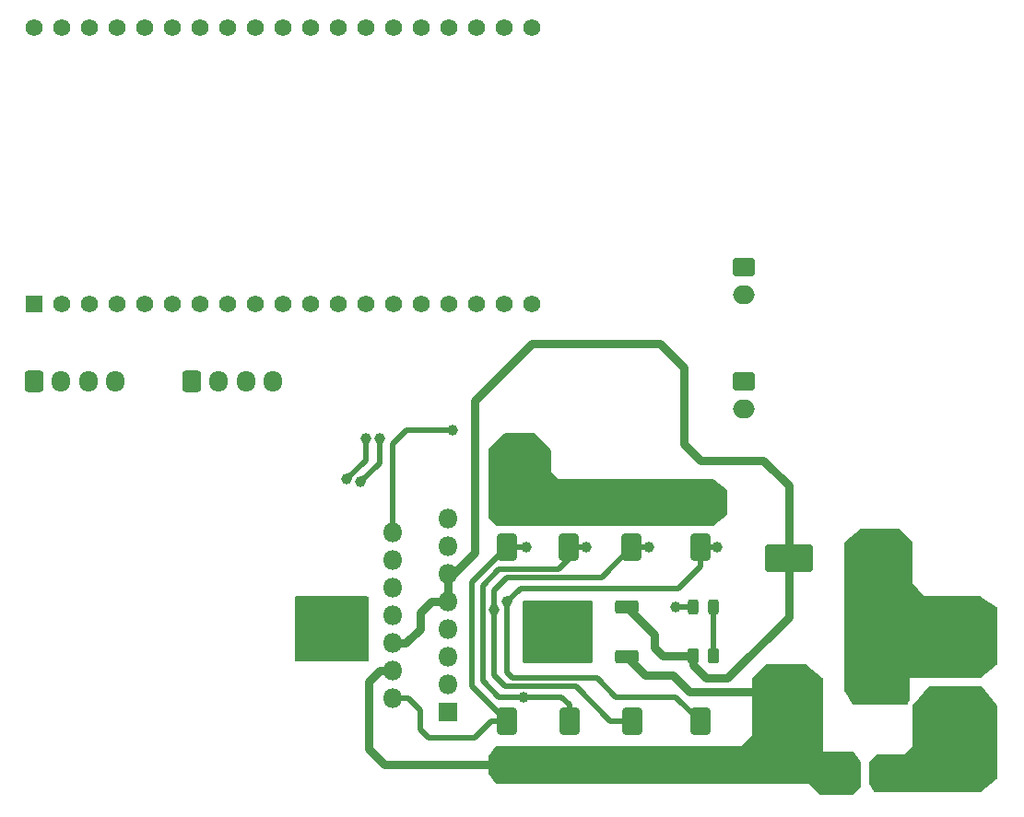
<source format=gbr>
%TF.GenerationSoftware,KiCad,Pcbnew,7.0.8*%
%TF.CreationDate,2024-03-30T21:38:38+07:00*%
%TF.ProjectId,2wd_control_pcbway,3277645f-636f-46e7-9472-6f6c5f706362,rev?*%
%TF.SameCoordinates,Original*%
%TF.FileFunction,Copper,L1,Top*%
%TF.FilePolarity,Positive*%
%FSLAX46Y46*%
G04 Gerber Fmt 4.6, Leading zero omitted, Abs format (unit mm)*
G04 Created by KiCad (PCBNEW 7.0.8) date 2024-03-30 21:38:38*
%MOMM*%
%LPD*%
G01*
G04 APERTURE LIST*
G04 Aperture macros list*
%AMRoundRect*
0 Rectangle with rounded corners*
0 $1 Rounding radius*
0 $2 $3 $4 $5 $6 $7 $8 $9 X,Y pos of 4 corners*
0 Add a 4 corners polygon primitive as box body*
4,1,4,$2,$3,$4,$5,$6,$7,$8,$9,$2,$3,0*
0 Add four circle primitives for the rounded corners*
1,1,$1+$1,$2,$3*
1,1,$1+$1,$4,$5*
1,1,$1+$1,$6,$7*
1,1,$1+$1,$8,$9*
0 Add four rect primitives between the rounded corners*
20,1,$1+$1,$2,$3,$4,$5,0*
20,1,$1+$1,$4,$5,$6,$7,0*
20,1,$1+$1,$6,$7,$8,$9,0*
20,1,$1+$1,$8,$9,$2,$3,0*%
G04 Aperture macros list end*
%TA.AperFunction,ComponentPad*%
%ADD10C,6.000000*%
%TD*%
%TA.AperFunction,SMDPad,CuDef*%
%ADD11RoundRect,0.250000X0.650000X-1.000000X0.650000X1.000000X-0.650000X1.000000X-0.650000X-1.000000X0*%
%TD*%
%TA.AperFunction,SMDPad,CuDef*%
%ADD12RoundRect,0.250000X0.850000X0.350000X-0.850000X0.350000X-0.850000X-0.350000X0.850000X-0.350000X0*%
%TD*%
%TA.AperFunction,SMDPad,CuDef*%
%ADD13RoundRect,0.250000X1.275000X1.125000X-1.275000X1.125000X-1.275000X-1.125000X1.275000X-1.125000X0*%
%TD*%
%TA.AperFunction,SMDPad,CuDef*%
%ADD14RoundRect,0.249997X2.950003X2.650003X-2.950003X2.650003X-2.950003X-2.650003X2.950003X-2.650003X0*%
%TD*%
%TA.AperFunction,ComponentPad*%
%ADD15R,1.560000X1.560000*%
%TD*%
%TA.AperFunction,ComponentPad*%
%ADD16C,1.560000*%
%TD*%
%TA.AperFunction,SMDPad,CuDef*%
%ADD17RoundRect,0.301219X1.011780X0.301218X-1.011780X0.301218X-1.011780X-0.301218X1.011780X-0.301218X0*%
%TD*%
%TA.AperFunction,SMDPad,CuDef*%
%ADD18RoundRect,0.297250X1.015750X0.297250X-1.015750X0.297250X-1.015750X-0.297250X1.015750X-0.297250X0*%
%TD*%
%TA.AperFunction,SMDPad,CuDef*%
%ADD19RoundRect,0.250000X-1.950000X-1.000000X1.950000X-1.000000X1.950000X1.000000X-1.950000X1.000000X0*%
%TD*%
%TA.AperFunction,ComponentPad*%
%ADD20R,1.800000X1.800000*%
%TD*%
%TA.AperFunction,ComponentPad*%
%ADD21O,1.800000X1.800000*%
%TD*%
%TA.AperFunction,ComponentPad*%
%ADD22RoundRect,0.250000X-0.600000X-0.725000X0.600000X-0.725000X0.600000X0.725000X-0.600000X0.725000X0*%
%TD*%
%TA.AperFunction,ComponentPad*%
%ADD23O,1.700000X1.950000*%
%TD*%
%TA.AperFunction,SMDPad,CuDef*%
%ADD24RoundRect,0.250000X-0.262500X-0.450000X0.262500X-0.450000X0.262500X0.450000X-0.262500X0.450000X0*%
%TD*%
%TA.AperFunction,ComponentPad*%
%ADD25RoundRect,0.250000X-0.750000X0.600000X-0.750000X-0.600000X0.750000X-0.600000X0.750000X0.600000X0*%
%TD*%
%TA.AperFunction,ComponentPad*%
%ADD26O,2.000000X1.700000*%
%TD*%
%TA.AperFunction,SMDPad,CuDef*%
%ADD27RoundRect,0.243750X-0.243750X-0.456250X0.243750X-0.456250X0.243750X0.456250X-0.243750X0.456250X0*%
%TD*%
%TA.AperFunction,ViaPad*%
%ADD28C,1.000000*%
%TD*%
%TA.AperFunction,Conductor*%
%ADD29C,0.800000*%
%TD*%
%TA.AperFunction,Conductor*%
%ADD30C,0.500000*%
%TD*%
G04 APERTURE END LIST*
D10*
%TO.P,12V1,1,Pin_1*%
%TO.N,Net-(12V1-Pin_1)*%
X208000000Y-114250000D03*
%TD*%
D11*
%TO.P,D5,1,K*%
%TO.N,+12V*%
X184490000Y-117250000D03*
%TO.P,D5,2,A*%
%TO.N,Net-(D5-A)*%
X184490000Y-113250000D03*
%TD*%
%TO.P,D7,1,K*%
%TO.N,Net-(D3-A)*%
X172440000Y-97250000D03*
%TO.P,D7,2,A*%
%TO.N,GND*%
X172440000Y-93250000D03*
%TD*%
%TO.P,D4,1,K*%
%TO.N,+12V*%
X178240000Y-117250000D03*
%TO.P,D4,2,A*%
%TO.N,Net-(D4-A)*%
X178240000Y-113250000D03*
%TD*%
D12*
%TO.P,U3,1,VI*%
%TO.N,+12V*%
X177700000Y-107280000D03*
D13*
%TO.P,U3,2,GND*%
%TO.N,GND*%
X173075000Y-106525000D03*
X173075000Y-103475000D03*
D14*
X171400000Y-105000000D03*
D13*
X169725000Y-106525000D03*
X169725000Y-103475000D03*
D12*
%TO.P,U3,3,VO*%
%TO.N,EN*%
X177700000Y-102720000D03*
%TD*%
D11*
%TO.P,D2,1,K*%
%TO.N,+12V*%
X166740000Y-117250000D03*
%TO.P,D2,2,A*%
%TO.N,Net-(D2-A)*%
X166740000Y-113250000D03*
%TD*%
D15*
%TO.P,U1,J2-1,3V3*%
%TO.N,unconnected-(U1-3V3-PadJ2-1)*%
X123280000Y-74900000D03*
D16*
%TO.P,U1,J2-2,EN*%
%TO.N,unconnected-(U1-EN-PadJ2-2)*%
X125820000Y-74900000D03*
%TO.P,U1,J2-3,SENSOR_VP*%
%TO.N,unconnected-(U1-SENSOR_VP-PadJ2-3)*%
X128360000Y-74900000D03*
%TO.P,U1,J2-4,SENSOR_VN*%
%TO.N,unconnected-(U1-SENSOR_VN-PadJ2-4)*%
X130900000Y-74900000D03*
%TO.P,U1,J2-5,IO34*%
%TO.N,ENCOD_0_A*%
X133440000Y-74900000D03*
%TO.P,U1,J2-6,IO35*%
%TO.N,ENCOD_0_B*%
X135980000Y-74900000D03*
%TO.P,U1,J2-7,IO32*%
%TO.N,ENCOD_1_A*%
X138520000Y-74900000D03*
%TO.P,U1,J2-8,IO33*%
%TO.N,ENCOD_1_B*%
X141060000Y-74900000D03*
%TO.P,U1,J2-9,IO25*%
%TO.N,IN 1*%
X143600000Y-74900000D03*
%TO.P,U1,J2-10,IO26*%
%TO.N,IN 2*%
X146140000Y-74900000D03*
%TO.P,U1,J2-11,IO27*%
%TO.N,IN 3*%
X148680000Y-74900000D03*
%TO.P,U1,J2-12,IO14*%
%TO.N,IN 4*%
X151220000Y-74900000D03*
%TO.P,U1,J2-13,IO12*%
%TO.N,unconnected-(U1-IO12-PadJ2-13)*%
X153760000Y-74900000D03*
%TO.P,U1,J2-14,GND1*%
%TO.N,GND*%
X156300000Y-74900000D03*
%TO.P,U1,J2-15,IO13*%
%TO.N,unconnected-(U1-IO13-PadJ2-15)*%
X158840000Y-74900000D03*
%TO.P,U1,J2-16,SD2*%
%TO.N,unconnected-(U1-SD2-PadJ2-16)*%
X161380000Y-74900000D03*
%TO.P,U1,J2-17,SD3*%
%TO.N,unconnected-(U1-SD3-PadJ2-17)*%
X163920000Y-74900000D03*
%TO.P,U1,J2-18,CMD*%
%TO.N,unconnected-(U1-CMD-PadJ2-18)*%
X166460000Y-74900000D03*
%TO.P,U1,J2-19,EXT_5V*%
%TO.N,EN*%
X169000000Y-74900000D03*
%TO.P,U1,J3-1,GND3*%
%TO.N,GND*%
X123280000Y-49500000D03*
%TO.P,U1,J3-2,IO23*%
%TO.N,unconnected-(U1-IO23-PadJ3-2)*%
X125820000Y-49500000D03*
%TO.P,U1,J3-3,IO22*%
%TO.N,unconnected-(U1-IO22-PadJ3-3)*%
X128360000Y-49500000D03*
%TO.P,U1,J3-4,TXD0*%
%TO.N,unconnected-(U1-TXD0-PadJ3-4)*%
X130900000Y-49500000D03*
%TO.P,U1,J3-5,RXD0*%
%TO.N,unconnected-(U1-RXD0-PadJ3-5)*%
X133440000Y-49500000D03*
%TO.P,U1,J3-6,IO21*%
%TO.N,unconnected-(U1-IO21-PadJ3-6)*%
X135980000Y-49500000D03*
%TO.P,U1,J3-7,GND2*%
%TO.N,GND*%
X138520000Y-49500000D03*
%TO.P,U1,J3-8,IO19*%
%TO.N,unconnected-(U1-IO19-PadJ3-8)*%
X141060000Y-49500000D03*
%TO.P,U1,J3-9,IO18*%
%TO.N,unconnected-(U1-IO18-PadJ3-9)*%
X143600000Y-49500000D03*
%TO.P,U1,J3-10,IO5*%
%TO.N,unconnected-(U1-IO5-PadJ3-10)*%
X146140000Y-49500000D03*
%TO.P,U1,J3-11,IO17*%
%TO.N,unconnected-(U1-IO17-PadJ3-11)*%
X148680000Y-49500000D03*
%TO.P,U1,J3-12,IO16*%
%TO.N,unconnected-(U1-IO16-PadJ3-12)*%
X151220000Y-49500000D03*
%TO.P,U1,J3-13,IO4*%
%TO.N,unconnected-(U1-IO4-PadJ3-13)*%
X153760000Y-49500000D03*
%TO.P,U1,J3-14,IO0*%
%TO.N,unconnected-(U1-IO0-PadJ3-14)*%
X156300000Y-49500000D03*
%TO.P,U1,J3-15,IO2*%
%TO.N,unconnected-(U1-IO2-PadJ3-15)*%
X158840000Y-49500000D03*
%TO.P,U1,J3-16,IO15*%
%TO.N,unconnected-(U1-IO15-PadJ3-16)*%
X161380000Y-49500000D03*
%TO.P,U1,J3-17,SD1*%
%TO.N,unconnected-(U1-SD1-PadJ3-17)*%
X163920000Y-49500000D03*
%TO.P,U1,J3-18,SD0*%
%TO.N,unconnected-(U1-SD0-PadJ3-18)*%
X166460000Y-49500000D03*
%TO.P,U1,J3-19,CLK*%
%TO.N,unconnected-(U1-CLK-PadJ3-19)*%
X169000000Y-49500000D03*
%TD*%
D17*
%TO.P,U4,2*%
%TO.N,Net-(12V1-Pin_1)*%
X201786000Y-118000000D03*
D18*
%TO.P,U4,3*%
%TO.N,+12V*%
X197214000Y-118000000D03*
%TD*%
D19*
%TO.P,C1,1*%
%TO.N,+12V*%
X192550000Y-110000000D03*
%TO.P,C1,2*%
%TO.N,GND*%
X200950000Y-110000000D03*
%TD*%
D20*
%TO.P,U2,1,SENSE_A*%
%TO.N,GND*%
X161325000Y-112395000D03*
D21*
%TO.P,U2,2,OUT1*%
%TO.N,Net-(D2-A)*%
X156245000Y-111125000D03*
%TO.P,U2,3,OUT2*%
%TO.N,Net-(D3-A)*%
X161325000Y-109855000D03*
%TO.P,U2,4,Vs*%
%TO.N,+12V*%
X156245000Y-108585000D03*
%TO.P,U2,5,IN1*%
%TO.N,IN 1*%
X161325000Y-107315000D03*
%TO.P,U2,6,EnA*%
%TO.N,EN*%
X156245000Y-106045000D03*
%TO.P,U2,7,IN2*%
%TO.N,IN 2*%
X161325000Y-104775000D03*
%TO.P,U2,8,GND*%
%TO.N,GND*%
X156245000Y-103505000D03*
%TO.P,U2,9,Vss*%
%TO.N,EN*%
X161325000Y-102235000D03*
%TO.P,U2,10,IN3*%
%TO.N,IN 3*%
X156245000Y-100965000D03*
%TO.P,U2,11,EnB*%
%TO.N,EN*%
X161325000Y-99695000D03*
%TO.P,U2,12,IN4*%
%TO.N,IN 4*%
X156245000Y-98425000D03*
%TO.P,U2,13,OUT3*%
%TO.N,Net-(D4-A)*%
X161325000Y-97155000D03*
%TO.P,U2,14,OUT4*%
%TO.N,Net-(D5-A)*%
X156245000Y-95885000D03*
%TO.P,U2,15,SENSE_B*%
%TO.N,GND*%
X161325000Y-94615000D03*
%TD*%
D11*
%TO.P,D3,1,K*%
%TO.N,+12V*%
X172490000Y-117250000D03*
%TO.P,D3,2,A*%
%TO.N,Net-(D3-A)*%
X172490000Y-113250000D03*
%TD*%
D22*
%TO.P,Encoder0,1,Pin_1*%
%TO.N,EN*%
X123250000Y-82000000D03*
D23*
%TO.P,Encoder0,2,Pin_2*%
%TO.N,GND*%
X125750000Y-82000000D03*
%TO.P,Encoder0,3,Pin_3*%
%TO.N,ENCOD_0_A*%
X128250000Y-82000000D03*
%TO.P,Encoder0,4,Pin_4*%
%TO.N,ENCOD_0_B*%
X130750000Y-82000000D03*
%TD*%
D11*
%TO.P,D9,1,K*%
%TO.N,Net-(D5-A)*%
X184490000Y-97250000D03*
%TO.P,D9,2,A*%
%TO.N,GND*%
X184490000Y-93250000D03*
%TD*%
D10*
%TO.P,GND1,1,Pin_1*%
%TO.N,GND*%
X208000000Y-105750000D03*
%TD*%
D24*
%TO.P,R1,1*%
%TO.N,EN*%
X183837500Y-107250000D03*
%TO.P,R1,2*%
%TO.N,Net-(D1-A)*%
X185662500Y-107250000D03*
%TD*%
D22*
%TO.P,Encoder1,1,Pin_1*%
%TO.N,EN*%
X137750000Y-82000000D03*
D23*
%TO.P,Encoder1,2,Pin_2*%
%TO.N,GND*%
X140250000Y-82000000D03*
%TO.P,Encoder1,3,Pin_3*%
%TO.N,ENCOD_1_A*%
X142750000Y-82000000D03*
%TO.P,Encoder1,4,Pin_4*%
%TO.N,ENCOD_1_B*%
X145250000Y-82000000D03*
%TD*%
D19*
%TO.P,C2,1*%
%TO.N,EN*%
X192600000Y-98250000D03*
%TO.P,C2,2*%
%TO.N,GND*%
X201000000Y-98250000D03*
%TD*%
D25*
%TO.P,MotorA1,1,Pin_1*%
%TO.N,Net-(D2-A)*%
X188500000Y-71500000D03*
D26*
%TO.P,MotorA1,2,Pin_2*%
%TO.N,Net-(D3-A)*%
X188500000Y-74000000D03*
%TD*%
D25*
%TO.P,MotorB1,1,Pin_1*%
%TO.N,Net-(D4-A)*%
X188500000Y-82000000D03*
D26*
%TO.P,MotorB1,2,Pin_2*%
%TO.N,Net-(D5-A)*%
X188500000Y-84500000D03*
%TD*%
D27*
%TO.P,D1,1,K*%
%TO.N,GND*%
X183812500Y-102750000D03*
%TO.P,D1,2,A*%
%TO.N,Net-(D1-A)*%
X185687500Y-102750000D03*
%TD*%
D11*
%TO.P,D6,1,K*%
%TO.N,Net-(D2-A)*%
X166690000Y-97250000D03*
%TO.P,D6,2,A*%
%TO.N,GND*%
X166690000Y-93250000D03*
%TD*%
%TO.P,D8,1,K*%
%TO.N,Net-(D4-A)*%
X178190000Y-97250000D03*
%TO.P,D8,2,A*%
%TO.N,GND*%
X178190000Y-93250000D03*
%TD*%
D28*
%TO.N,GND*%
X152750000Y-105500000D03*
X152750000Y-102500000D03*
X169250000Y-107000000D03*
X171250000Y-107000000D03*
X168000000Y-90000000D03*
X169250000Y-105000000D03*
X173250000Y-105000000D03*
X152750000Y-104000000D03*
X169750000Y-88500000D03*
X148750000Y-107000000D03*
X173250000Y-107000000D03*
X171250000Y-105000000D03*
X169250000Y-103000000D03*
X148750000Y-102500000D03*
X148750000Y-104000000D03*
X166250000Y-88500000D03*
X168000000Y-88500000D03*
X182250000Y-102750000D03*
X169750000Y-90000000D03*
X152750000Y-106750000D03*
X171250000Y-103000000D03*
X173250000Y-103000000D03*
X148750000Y-105500000D03*
X166250000Y-90000000D03*
%TO.N,Net-(D2-A)*%
X168500000Y-97250000D03*
%TO.N,Net-(D3-A)*%
X168250000Y-111000000D03*
X174000000Y-97250000D03*
%TO.N,Net-(D4-A)*%
X179750000Y-97250000D03*
X165500000Y-103000000D03*
X179750000Y-97250000D03*
%TO.N,Net-(D5-A)*%
X166750000Y-102250000D03*
X186000000Y-97250000D03*
X161750000Y-86500000D03*
%TO.N,IN 3*%
X153750000Y-87250000D03*
X152000000Y-91000000D03*
%TO.N,IN 4*%
X155000000Y-87250000D03*
X153250000Y-91250000D03*
%TD*%
D29*
%TO.N,+12V*%
X183500000Y-110500000D02*
X192050000Y-110500000D01*
X155040000Y-108585000D02*
X154000000Y-109625000D01*
X155500000Y-117250000D02*
X166740000Y-117250000D01*
X177700000Y-107280000D02*
X179420000Y-109000000D01*
X179420000Y-109000000D02*
X182000000Y-109000000D01*
X154000000Y-109625000D02*
X154000000Y-115750000D01*
X154000000Y-115750000D02*
X155500000Y-117250000D01*
X156245000Y-108585000D02*
X155040000Y-108585000D01*
X182000000Y-109000000D02*
X183500000Y-110500000D01*
X192050000Y-110500000D02*
X192550000Y-110000000D01*
D30*
%TO.N,GND*%
X183812500Y-102750000D02*
X182250000Y-102750000D01*
D29*
%TO.N,EN*%
X177700000Y-102720000D02*
X180250000Y-105270000D01*
X156245000Y-106045000D02*
X157455000Y-106045000D01*
X183000000Y-87750000D02*
X184500000Y-89250000D01*
X183000000Y-80750000D02*
X183000000Y-87750000D01*
X157455000Y-106045000D02*
X158750000Y-104750000D01*
X183837500Y-108087500D02*
X185000000Y-109250000D01*
X163750000Y-83750000D02*
X169000000Y-78500000D01*
X180750000Y-78500000D02*
X183000000Y-80750000D01*
X169000000Y-78500000D02*
X180750000Y-78500000D01*
X161325000Y-99695000D02*
X161815000Y-99695000D01*
X185000000Y-109250000D02*
X187000000Y-109250000D01*
X161815000Y-99695000D02*
X163750000Y-97760000D01*
X161325000Y-102235000D02*
X161325000Y-99695000D01*
X190250000Y-89250000D02*
X192600000Y-91600000D01*
X158750000Y-104750000D02*
X158750000Y-103250000D01*
X158750000Y-103250000D02*
X159765000Y-102235000D01*
X180250000Y-106500000D02*
X181000000Y-107250000D01*
X180250000Y-105270000D02*
X180250000Y-106500000D01*
X184500000Y-89250000D02*
X190250000Y-89250000D01*
X192600000Y-103650000D02*
X192600000Y-98250000D01*
X181000000Y-107250000D02*
X183837500Y-107250000D01*
X187000000Y-109250000D02*
X192600000Y-103650000D01*
X159765000Y-102235000D02*
X161325000Y-102235000D01*
X163750000Y-97760000D02*
X163750000Y-83750000D01*
X192600000Y-91600000D02*
X192600000Y-98250000D01*
X183837500Y-107250000D02*
X183837500Y-108087500D01*
D30*
%TO.N,Net-(D1-A)*%
X185662500Y-107250000D02*
X185662500Y-102775000D01*
X185662500Y-102775000D02*
X185687500Y-102750000D01*
%TO.N,Net-(D2-A)*%
X158750000Y-114000000D02*
X159500000Y-114750000D01*
X165250000Y-113250000D02*
X166740000Y-113250000D01*
X157625000Y-111125000D02*
X158750000Y-112250000D01*
X163500000Y-100440000D02*
X163500000Y-110010000D01*
X166690000Y-97250000D02*
X168500000Y-97250000D01*
X156245000Y-111125000D02*
X157625000Y-111125000D01*
X158750000Y-112250000D02*
X158750000Y-114000000D01*
X163750000Y-114750000D02*
X165250000Y-113250000D01*
X159500000Y-114750000D02*
X163750000Y-114750000D01*
X163500000Y-110010000D02*
X166740000Y-113250000D01*
X166690000Y-97250000D02*
X163500000Y-100440000D01*
%TO.N,Net-(D3-A)*%
X164500000Y-109500000D02*
X166000000Y-111000000D01*
X172440000Y-97250000D02*
X174000000Y-97250000D01*
X166000000Y-111000000D02*
X168250000Y-111000000D01*
X172440000Y-98310000D02*
X171500000Y-99250000D01*
X172440000Y-97250000D02*
X172440000Y-98310000D01*
X171750000Y-111000000D02*
X168250000Y-111000000D01*
X171500000Y-99250000D02*
X166000000Y-99250000D01*
X172490000Y-113250000D02*
X172490000Y-111740000D01*
X164500000Y-100750000D02*
X164500000Y-109500000D01*
X172490000Y-111740000D02*
X171750000Y-111000000D01*
X166000000Y-99250000D02*
X164500000Y-100750000D01*
%TO.N,Net-(D4-A)*%
X173050000Y-110050000D02*
X176250000Y-113250000D01*
X165500000Y-103000000D02*
X165500000Y-109000000D01*
X178190000Y-97250000D02*
X179750000Y-97250000D01*
X166550000Y-110050000D02*
X173050000Y-110050000D01*
X176250000Y-113250000D02*
X178240000Y-113250000D01*
X166750000Y-100000000D02*
X165500000Y-101250000D01*
X178190000Y-97250000D02*
X175440000Y-100000000D01*
X175440000Y-100000000D02*
X166750000Y-100000000D01*
X165500000Y-109000000D02*
X166550000Y-110050000D01*
X165500000Y-101250000D02*
X165500000Y-103000000D01*
%TO.N,Net-(D5-A)*%
X167250000Y-109250000D02*
X175000000Y-109250000D01*
X184490000Y-99010000D02*
X182500000Y-101000000D01*
X166750000Y-102250000D02*
X166750000Y-108750000D01*
X166750000Y-108750000D02*
X167250000Y-109250000D01*
X175000000Y-109250000D02*
X176750000Y-111000000D01*
X157500000Y-86500000D02*
X156245000Y-87755000D01*
X184490000Y-97250000D02*
X184490000Y-99010000D01*
X182240000Y-111000000D02*
X184490000Y-113250000D01*
X168000000Y-101000000D02*
X166750000Y-102250000D01*
X182500000Y-101000000D02*
X168000000Y-101000000D01*
X161750000Y-86500000D02*
X157500000Y-86500000D01*
X176750000Y-111000000D02*
X182240000Y-111000000D01*
X156245000Y-87755000D02*
X156245000Y-95885000D01*
X184490000Y-97250000D02*
X186000000Y-97250000D01*
%TO.N,IN 3*%
X153750000Y-89250000D02*
X152000000Y-91000000D01*
X153750000Y-87250000D02*
X153750000Y-89250000D01*
%TO.N,IN 4*%
X155000000Y-87250000D02*
X155000000Y-89500000D01*
X155000000Y-89500000D02*
X153250000Y-91250000D01*
%TD*%
%TA.AperFunction,Conductor*%
%TO.N,+12V*%
G36*
X194272145Y-108019685D02*
G01*
X194284489Y-108028741D01*
X195705383Y-109212819D01*
X195744282Y-109270858D01*
X195750000Y-109308078D01*
X195750000Y-116000000D01*
X195250000Y-116000000D01*
X194500000Y-117000000D01*
X194500000Y-119000000D01*
X165812000Y-119000000D01*
X165744961Y-118980315D01*
X165712800Y-118950400D01*
X165024800Y-118033066D01*
X165000324Y-117967624D01*
X165000000Y-117958666D01*
X165000000Y-116541333D01*
X165019685Y-116474294D01*
X165024800Y-116466933D01*
X165712800Y-115549600D01*
X165768771Y-115507779D01*
X165812000Y-115500000D01*
X188250000Y-115500000D01*
X189250000Y-114500000D01*
X189250000Y-109301362D01*
X189269685Y-109234323D01*
X189286319Y-109213681D01*
X190463681Y-108036319D01*
X190525004Y-108002834D01*
X190551362Y-108000000D01*
X194205106Y-108000000D01*
X194272145Y-108019685D01*
G37*
%TD.AperFunction*%
%TD*%
%TA.AperFunction,Conductor*%
%TO.N,GND*%
G36*
X202765677Y-95519685D02*
G01*
X202786319Y-95536319D01*
X203963681Y-96713681D01*
X203997166Y-96775004D01*
X204000000Y-96801362D01*
X204000000Y-100500000D01*
X205000000Y-101750000D01*
X210212456Y-101750000D01*
X210279495Y-101769685D01*
X210281239Y-101770826D01*
X211694784Y-102713189D01*
X211739644Y-102766753D01*
X211750000Y-102816362D01*
X211750000Y-107941921D01*
X211730315Y-108008960D01*
X211705383Y-108037180D01*
X210284489Y-109221259D01*
X210220386Y-109249055D01*
X210205106Y-109250000D01*
X203750000Y-109250000D01*
X203750000Y-111219049D01*
X203730315Y-111286088D01*
X203720148Y-111299747D01*
X203646048Y-111386198D01*
X203640388Y-111392801D01*
X203629535Y-111406380D01*
X203614183Y-111427006D01*
X203594434Y-111455531D01*
X203534663Y-111586407D01*
X203514977Y-111653447D01*
X203514322Y-111656069D01*
X203478969Y-111716334D01*
X203416645Y-111747919D01*
X203394023Y-111750000D01*
X198570207Y-111750000D01*
X198503168Y-111730315D01*
X198463878Y-111689797D01*
X197767671Y-110529451D01*
X197750000Y-110465654D01*
X197750000Y-96808078D01*
X197769685Y-96741039D01*
X197794617Y-96712819D01*
X199215511Y-95528741D01*
X199279614Y-95500945D01*
X199294894Y-95500000D01*
X202698638Y-95500000D01*
X202765677Y-95519685D01*
G37*
%TD.AperFunction*%
%TD*%
%TA.AperFunction,Conductor*%
%TO.N,Net-(12V1-Pin_1)*%
G36*
X210260007Y-110019685D02*
G01*
X210287116Y-110043302D01*
X211720148Y-111715173D01*
X211748831Y-111778883D01*
X211750000Y-111795870D01*
X211750000Y-118441921D01*
X211730315Y-118508960D01*
X211705383Y-118537180D01*
X210284489Y-119721259D01*
X210220386Y-119749055D01*
X210205106Y-119750000D01*
X200566363Y-119750000D01*
X200499324Y-119730315D01*
X200463189Y-119694783D01*
X200020826Y-119031239D01*
X200000018Y-118964540D01*
X200000000Y-118962456D01*
X200000000Y-117051362D01*
X200019685Y-116984323D01*
X200036319Y-116963681D01*
X200713681Y-116286319D01*
X200775004Y-116252834D01*
X200801362Y-116250000D01*
X203250000Y-116250000D01*
X204000000Y-115500000D01*
X204000000Y-111795870D01*
X204019685Y-111728831D01*
X204029848Y-111715177D01*
X205462884Y-110043302D01*
X205521459Y-110005212D01*
X205557032Y-110000000D01*
X210192968Y-110000000D01*
X210260007Y-110019685D01*
G37*
%TD.AperFunction*%
%TD*%
%TA.AperFunction,Conductor*%
%TO.N,GND*%
G36*
X169265677Y-86769685D02*
G01*
X169286319Y-86786319D01*
X170713681Y-88213681D01*
X170747166Y-88275004D01*
X170750000Y-88301362D01*
X170750000Y-90250000D01*
X171500000Y-91000000D01*
X185706503Y-91000000D01*
X185773542Y-91019685D01*
X185783965Y-91027172D01*
X186953462Y-91962770D01*
X186993514Y-92020020D01*
X187000000Y-92059597D01*
X187000000Y-94190402D01*
X186980315Y-94257441D01*
X186953462Y-94287230D01*
X185783965Y-95222828D01*
X185719319Y-95249336D01*
X185706503Y-95250000D01*
X175375000Y-95250000D01*
X165801362Y-95250000D01*
X165734323Y-95230315D01*
X165713681Y-95213681D01*
X165036319Y-94536319D01*
X165002834Y-94474996D01*
X165000000Y-94448638D01*
X165000000Y-88301362D01*
X165019685Y-88234323D01*
X165036319Y-88213681D01*
X166463681Y-86786319D01*
X166525004Y-86752834D01*
X166551362Y-86750000D01*
X169198638Y-86750000D01*
X169265677Y-86769685D01*
G37*
%TD.AperFunction*%
%TD*%
%TA.AperFunction,Conductor*%
%TO.N,GND*%
G36*
X153943039Y-101769685D02*
G01*
X153988794Y-101822489D01*
X154000000Y-101874000D01*
X154000000Y-107626000D01*
X153980315Y-107693039D01*
X153927511Y-107738794D01*
X153876000Y-107750000D01*
X147374000Y-107750000D01*
X147306961Y-107730315D01*
X147261206Y-107677511D01*
X147250000Y-107626000D01*
X147250000Y-101874000D01*
X147269685Y-101806961D01*
X147322489Y-101761206D01*
X147374000Y-101750000D01*
X153876000Y-101750000D01*
X153943039Y-101769685D01*
G37*
%TD.AperFunction*%
%TD*%
%TA.AperFunction,Conductor*%
%TO.N,+12V*%
G36*
X198505039Y-116019685D02*
G01*
X198537200Y-116049600D01*
X199180398Y-116907198D01*
X199225200Y-116966933D01*
X199249676Y-117032375D01*
X199250000Y-117041333D01*
X199250000Y-119198638D01*
X199230315Y-119265677D01*
X199213681Y-119286319D01*
X198536319Y-119963681D01*
X198474996Y-119997166D01*
X198448638Y-120000000D01*
X195551362Y-120000000D01*
X195484323Y-119980315D01*
X195463681Y-119963681D01*
X194500000Y-119000000D01*
X194500000Y-117000000D01*
X195250000Y-116000000D01*
X195750000Y-116000000D01*
X198438000Y-116000000D01*
X198505039Y-116019685D01*
G37*
%TD.AperFunction*%
%TD*%
M02*

</source>
